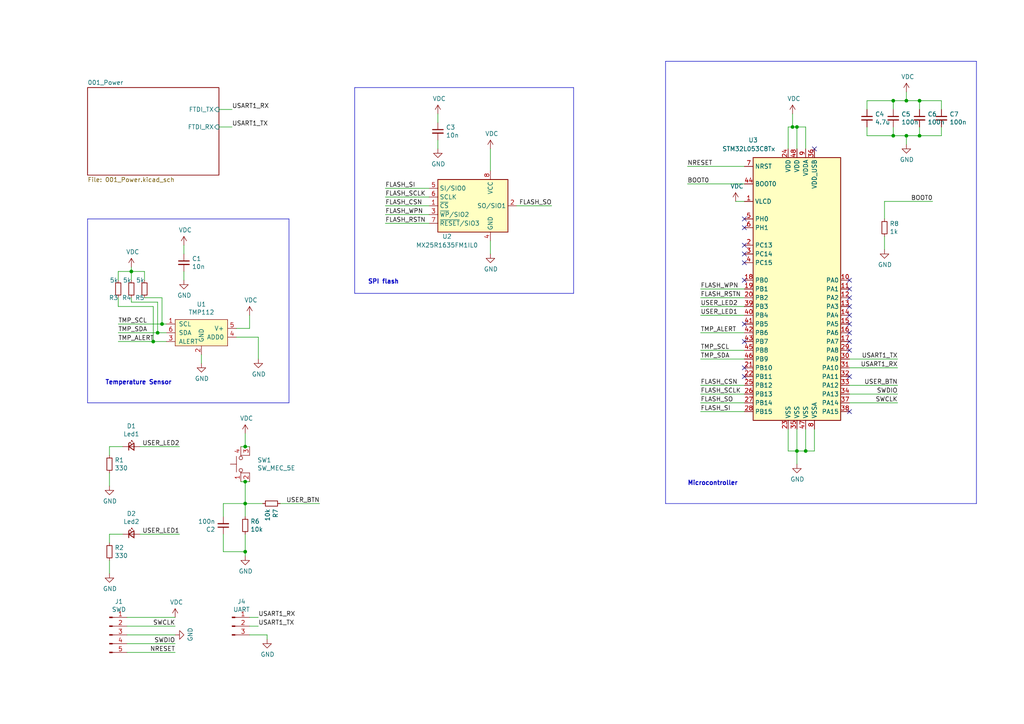
<source format=kicad_sch>
(kicad_sch (version 20230121) (generator eeschema)
  (paper "A4")
  (title_block (title "Temperature Logger") (date "2021-09-12") (rev "1") (company "PradS"))
  (lib_symbols
    (symbol "Library:C_Small" (pin_numbers hide) (pin_names (offset 0.254) hide)
      (property "Reference" "C" (at 0.254 1.778 0))
      (property "Value" "C_Small" (at 0.254 -2.032 0))
      (symbol "C_Small_0_1"
        (polyline (pts (xy -1.524 -0.508) (xy 1.524 -0.508)) (stroke (width 0.3302)))
        (polyline (pts (xy -1.524 0.508) (xy 1.524 0.508)) (stroke (width 0.3048)))
      )
      (symbol "C_Small_1_1"
        (pin passive line (at 0 2.54 270) (length 2.032) (name "~") (number "1"))
        (pin passive line (at 0 -2.54 90) (length 2.032) (name "~") (number "2"))
      )
    )
    (symbol "Library:Conn_01x03_Male" (pin_names (offset 1.016) hide)
      (property "Reference" "J" (at 0 5.08 0))
      (property "Value" "Conn_01x03_Male" (at 0 -5.08 0))
      (symbol "Conn_01x03_Male_1_1"
        (polyline (pts (xy 1.27 -2.54) (xy 0.8636 -2.54)) (stroke (width 0.1524)))
        (polyline (pts (xy 1.27 0) (xy 0.8636 0)) (stroke (width 0.1524)))
        (polyline (pts (xy 1.27 2.54) (xy 0.8636 2.54)) (stroke (width 0.1524)))
        (rectangle (start 0.8636 -2.413) (end 0 -2.667) (stroke (width 0.1524)) (fill (type outline)))
        (rectangle (start 0.8636 0.127) (end 0 -0.127) (stroke (width 0.1524)) (fill (type outline)))
        (rectangle (start 0.8636 2.667) (end 0 2.413) (stroke (width 0.1524)) (fill (type outline)))
        (pin passive line (at 5.08 2.54 180) (length 3.81) (name "Pin_1") (number "1"))
        (pin passive line (at 5.08 0 180) (length 3.81) (name "Pin_2") (number "2"))
        (pin passive line (at 5.08 -2.54 180) (length 3.81) (name "Pin_3") (number "3"))
      )
    )
    (symbol "Library:Conn_01x05_Male" (pin_names (offset 1.016) hide)
      (property "Reference" "J" (at 0 7.62 0))
      (property "Value" "Conn_01x05_Male" (at 0 -7.62 0))
      (symbol "Conn_01x05_Male_1_1"
        (polyline (pts (xy 1.27 -5.08) (xy 0.8636 -5.08)) (stroke (width 0.1524)))
        (polyline (pts (xy 1.27 -2.54) (xy 0.8636 -2.54)) (stroke (width 0.1524)))
        (polyline (pts (xy 1.27 0) (xy 0.8636 0)) (stroke (width 0.1524)))
        (polyline (pts (xy 1.27 2.54) (xy 0.8636 2.54)) (stroke (width 0.1524)))
        (polyline (pts (xy 1.27 5.08) (xy 0.8636 5.08)) (stroke (width 0.1524)))
        (rectangle (start 0.8636 -4.953) (end 0 -5.207) (stroke (width 0.1524)) (fill (type outline)))
        (rectangle (start 0.8636 -2.413) (end 0 -2.667) (stroke (width 0.1524)) (fill (type outline)))
        (rectangle (start 0.8636 0.127) (end 0 -0.127) (stroke (width 0.1524)) (fill (type outline)))
        (rectangle (start 0.8636 2.667) (end 0 2.413) (stroke (width 0.1524)) (fill (type outline)))
        (rectangle (start 0.8636 5.207) (end 0 4.953) (stroke (width 0.1524)) (fill (type outline)))
        (pin passive line (at 5.08 5.08 180) (length 3.81) (name "Pin_1") (number "1"))
        (pin passive line (at 5.08 2.54 180) (length 3.81) (name "Pin_2") (number "2"))
        (pin passive line (at 5.08 0 180) (length 3.81) (name "Pin_3") (number "3"))
        (pin passive line (at 5.08 -2.54 180) (length 3.81) (name "Pin_4") (number "4"))
        (pin passive line (at 5.08 -5.08 180) (length 3.81) (name "Pin_5") (number "5"))
      )
    )
    (symbol "Library:LED_Small" (pin_numbers hide) (pin_names (offset 0.254) hide)
      (property "Reference" "D" (at -1.27 3.175 0))
      (property "Value" "LED_Small" (at -4.445 -2.54 0))
      (symbol "LED_Small_0_1"
        (polyline (pts (xy -0.762 -1.016) (xy -0.762 1.016)) (stroke (width 0.254)))
        (polyline (pts (xy 1.016 0) (xy -0.762 0)))
        (polyline (pts (xy 0.762 -1.016) (xy -0.762 0) (xy 0.762 1.016) (xy 0.762 -1.016)) (stroke (width 0.254)))
        (polyline (pts (xy 0 0.762) (xy -0.508 1.27) (xy -0.254 1.27) (xy -0.508 1.27) (xy -0.508 1.016)))
        (polyline (pts (xy 0.508 1.27) (xy 0 1.778) (xy 0.254 1.778) (xy 0 1.778) (xy 0 1.524)))
      )
      (symbol "LED_Small_1_1"
        (pin passive line (at -2.54 0 0) (length 1.778) (name "K") (number "1"))
        (pin passive line (at 2.54 0 180) (length 1.778) (name "A") (number "2"))
      )
    )
    (symbol "Library:MX25R1635FM1IL0"
      (property "Reference" "U" (at -8.89 8.89 0))
      (property "Value" "MX25R1635FM1IL0" (at 15.24 8.89 0))
      (symbol "MX25R1635FM1IL0_1_1"
        (rectangle (start -10.16 7.62) (end 10.16 -7.62) (stroke (width 0.254)) (fill (type background)))
        (pin input line (at -12.7 0 0) (length 2.54) (name "~{CS}") (number "1"))
        (pin bidirectional line (at 12.7 0 180) (length 2.54) (name "SO/SIO1") (number "2"))
        (pin bidirectional line (at -12.7 -2.54 0) (length 2.54) (name "~{WP}/SIO2") (number "3"))
        (pin power_in line (at 5.08 -10.16 90) (length 2.54) (name "GND") (number "4"))
        (pin bidirectional line (at -12.7 5.08 0) (length 2.54) (name "SI/SIO0") (number "5"))
        (pin input line (at -12.7 2.54 0) (length 2.54) (name "SCLK") (number "6"))
        (pin bidirectional line (at -12.7 -5.08 0) (length 2.54) (name "~{RESET}/SIO3") (number "7"))
        (pin power_in line (at 5.08 10.16 270) (length 2.54) (name "VCC") (number "8"))
      )
    )
    (symbol "Library:R_Small" (pin_numbers hide) (pin_names (offset 0.254) hide)
      (property "Reference" "R" (at 0.762 0.508 0))
      (property "Value" "R_Small" (at 0.762 -1.016 0))
      (symbol "R_Small_0_1"
        (rectangle (start -0.762 1.778) (end 0.762 -1.778) (stroke (width 0.2032)))
      )
      (symbol "R_Small_1_1"
        (pin passive line (at 0 2.54 270) (length 0.762) (name "~") (number "1"))
        (pin passive line (at 0 -2.54 90) (length 0.762) (name "~") (number "2"))
      )
    )
    (symbol "Library:STM32L053C8Tx"
      (property "Reference" "U" (at -12.7 39.37 0))
      (property "Value" "STM32L053C8Tx" (at 7.62 39.37 0))
      (symbol "STM32L053C8Tx_0_1"
        (rectangle (start -12.7 -38.1) (end 12.7 38.1) (stroke (width 0.254)) (fill (type background)))
      )
      (symbol "STM32L053C8Tx_1_1"
        (pin power_in line (at -15.24 25.4 0) (length 2.54) (name "VLCD") (number "1"))
        (pin bidirectional line (at 15.24 2.54 180) (length 2.54) (name "PA0") (number "10"))
        (pin bidirectional line (at 15.24 0 180) (length 2.54) (name "PA1") (number "11"))
        (pin bidirectional line (at 15.24 -2.54 180) (length 2.54) (name "PA2") (number "12"))
        (pin bidirectional line (at 15.24 -5.08 180) (length 2.54) (name "PA3") (number "13"))
        (pin bidirectional line (at 15.24 -7.62 180) (length 2.54) (name "PA4") (number "14"))
        (pin bidirectional line (at 15.24 -10.16 180) (length 2.54) (name "PA5") (number "15"))
        (pin bidirectional line (at 15.24 -12.7 180) (length 2.54) (name "PA6") (number "16"))
        (pin bidirectional line (at 15.24 -15.24 180) (length 2.54) (name "PA7") (number "17"))
        (pin bidirectional line (at -15.24 2.54 0) (length 2.54) (name "PB0") (number "18"))
        (pin bidirectional line (at -15.24 0 0) (length 2.54) (name "PB1") (number "19"))
        (pin bidirectional line (at -15.24 12.7 0) (length 2.54) (name "PC13") (number "2"))
        (pin bidirectional line (at -15.24 -2.54 0) (length 2.54) (name "PB2") (number "20"))
        (pin bidirectional line (at -15.24 -22.86 0) (length 2.54) (name "PB10") (number "21"))
        (pin bidirectional line (at -15.24 -25.4 0) (length 2.54) (name "PB11") (number "22"))
        (pin power_in line (at -2.54 -40.64 90) (length 2.54) (name "VSS") (number "23"))
        (pin power_in line (at -2.54 40.64 270) (length 2.54) (name "VDD") (number "24"))
        (pin bidirectional line (at -15.24 -27.94 0) (length 2.54) (name "PB12") (number "25"))
        (pin bidirectional line (at -15.24 -30.48 0) (length 2.54) (name "PB13") (number "26"))
        (pin bidirectional line (at -15.24 -33.02 0) (length 2.54) (name "PB14") (number "27"))
        (pin bidirectional line (at -15.24 -35.56 0) (length 2.54) (name "PB15") (number "28"))
        (pin bidirectional line (at 15.24 -17.78 180) (length 2.54) (name "PA8") (number "29"))
        (pin bidirectional line (at -15.24 10.16 0) (length 2.54) (name "PC14") (number "3"))
        (pin bidirectional line (at 15.24 -20.32 180) (length 2.54) (name "PA9") (number "30"))
        (pin bidirectional line (at 15.24 -22.86 180) (length 2.54) (name "PA10") (number "31"))
        (pin bidirectional line (at 15.24 -25.4 180) (length 2.54) (name "PA11") (number "32"))
        (pin bidirectional line (at 15.24 -27.94 180) (length 2.54) (name "PA12") (number "33"))
        (pin bidirectional line (at 15.24 -30.48 180) (length 2.54) (name "PA13") (number "34"))
        (pin power_in line (at 0 -40.64 90) (length 2.54) (name "VSS") (number "35"))
        (pin power_in line (at 5.08 40.64 270) (length 2.54) (name "VDD_USB") (number "36"))
        (pin bidirectional line (at 15.24 -33.02 180) (length 2.54) (name "PA14") (number "37"))
        (pin bidirectional line (at 15.24 -35.56 180) (length 2.54) (name "PA15") (number "38"))
        (pin bidirectional line (at -15.24 -5.08 0) (length 2.54) (name "PB3") (number "39"))
        (pin bidirectional line (at -15.24 7.62 0) (length 2.54) (name "PC15") (number "4"))
        (pin bidirectional line (at -15.24 -7.62 0) (length 2.54) (name "PB4") (number "40"))
        (pin bidirectional line (at -15.24 -10.16 0) (length 2.54) (name "PB5") (number "41"))
        (pin bidirectional line (at -15.24 -12.7 0) (length 2.54) (name "PB6") (number "42"))
        (pin bidirectional line (at -15.24 -15.24 0) (length 2.54) (name "PB7") (number "43"))
        (pin input line (at -15.24 30.48 0) (length 2.54) (name "BOOT0") (number "44"))
        (pin bidirectional line (at -15.24 -17.78 0) (length 2.54) (name "PB8") (number "45"))
        (pin bidirectional line (at -15.24 -20.32 0) (length 2.54) (name "PB9") (number "46"))
        (pin power_in line (at 2.54 -40.64 90) (length 2.54) (name "VSS") (number "47"))
        (pin power_in line (at 0 40.64 270) (length 2.54) (name "VDD") (number "48"))
        (pin input line (at -15.24 20.32 0) (length 2.54) (name "PH0") (number "5"))
        (pin input line (at -15.24 17.78 0) (length 2.54) (name "PH1") (number "6"))
        (pin input line (at -15.24 35.56 0) (length 2.54) (name "NRST") (number "7"))
        (pin power_in line (at 5.08 -40.64 90) (length 2.54) (name "VSSA") (number "8"))
        (pin power_in line (at 2.54 40.64 270) (length 2.54) (name "VDDA") (number "9"))
      )
    )
    (symbol "Library:SW_MEC_5E" (pin_names (offset 1.016) hide)
      (property "Reference" "SW" (at 0.635 5.715 0))
      (property "Value" "SW_MEC_5E" (at 0 -3.175 0))
      (symbol "SW_MEC_5E_0_1"
        (circle (center -1.778 2.54) (radius 0.508))
        (polyline (pts (xy -2.286 3.81) (xy 2.286 3.81)))
        (polyline (pts (xy 0 3.81) (xy 0 5.588)))
        (polyline (pts (xy -2.54 0) (xy -2.54 2.54) (xy -2.286 2.54)))
        (polyline (pts (xy 2.54 0) (xy 2.54 2.54) (xy 2.286 2.54)))
        (circle (center 1.778 2.54) (radius 0.508))
        (pin passive line (at -5.08 2.54 0) (length 2.54) (name "1") (number "1"))
        (pin passive line (at -5.08 0 0) (length 2.54) (name "2") (number "2"))
        (pin passive line (at 5.08 0 180) (length 2.54) (name "K") (number "3"))
        (pin passive line (at 5.08 2.54 180) (length 2.54) (name "A") (number "4"))
      )
    )
    (symbol "Library:TMP112" (pin_names (offset 1.016))
      (property "Reference" "U" (at -6.35 -5.08 0))
      (property "Value" "TMP112" (at 0 5.08 0))
      (symbol "TMP112_0_1"
        (rectangle (start -7.62 3.81) (end 7.62 -3.81) (fill (type background)))
      )
      (symbol "TMP112_1_1"
        (pin input line (at -10.16 2.54 0) (length 2.54) (name "SCL") (number "1"))
        (pin power_in line (at 0 -6.35 90) (length 2.54) (name "GND") (number "2"))
        (pin output line (at -10.16 -2.54 0) (length 2.54) (name "ALERT") (number "3"))
        (pin input line (at 10.16 -1.27 180) (length 2.54) (name "ADD0") (number "4"))
        (pin power_in line (at 10.16 1.27 180) (length 2.54) (name "V+") (number "5"))
        (pin bidirectional line (at -10.16 0 0) (length 2.54) (name "SDA") (number "6"))
      )
    )
    (symbol "power:GND" (power) (pin_names (offset 0))
      (property "Value" "GND" (at 0 -3.81 0))
      (symbol "GND_0_1"
        (polyline (pts (xy 0 0) (xy 0 -1.27) (xy 1.27 -1.27) (xy 0 -2.54) (xy -1.27 -1.27) (xy 0 -1.27)))
      )
      (symbol "GND_1_1"
        (pin power_in line (at 0 0 270) (length 0) hide (name "GND") (number "1"))
      )
    )
    (symbol "power:VDC" (power) (pin_names (offset 0))
      (property "Value" "VDC" (at 0 6.35 0))
      (symbol "VDC_0_1"
        (polyline (pts (xy -0.762 1.27) (xy 0 2.54)))
        (polyline (pts (xy 0 0) (xy 0 2.54)))
        (polyline (pts (xy 0 2.54) (xy 0.762 1.27)))
      )
      (symbol "VDC_1_1"
        (pin power_in line (at 0 0 90) (length 0) hide (name "VDC") (number "1"))
      )
    )
  )
  (junction (at 44.45 99.06))
  (junction (at 266.7 39.37))
  (junction (at 46.99 93.98))
  (junction (at 71.12 129.54))
  (junction (at 233.68 130.81))
  (junction (at 71.12 160.02))
  (junction (at 71.12 139.7))
  (junction (at 262.89 29.21))
  (junction (at 231.14 36.83))
  (junction (at 259.08 29.21))
  (junction (at 229.87 36.83))
  (junction (at 38.1 78.74))
  (junction (at 231.14 130.81))
  (junction (at 262.89 39.37))
  (junction (at 45.72 96.52))
  (junction (at 71.12 146.05))
  (junction (at 266.7 29.21))
  (junction (at 259.08 39.37))
  (no_connect (at 246.38 93.98))
  (no_connect (at 215.9 66.04))
  (no_connect (at 246.38 81.28))
  (no_connect (at 215.9 71.12))
  (no_connect (at 246.38 86.36))
  (no_connect (at 215.9 81.28))
  (no_connect (at 215.9 109.22))
  (no_connect (at 246.38 83.82))
  (no_connect (at 246.38 101.6))
  (no_connect (at 246.38 109.22))
  (no_connect (at 246.38 119.38))
  (no_connect (at 215.9 106.68))
  (no_connect (at 246.38 99.06))
  (no_connect (at 215.9 93.98))
  (no_connect (at 246.38 91.44))
  (no_connect (at 215.9 99.06))
  (no_connect (at 246.38 88.9))
  (no_connect (at 215.9 63.5))
  (no_connect (at 236.22 43.18))
  (no_connect (at 215.9 76.2))
  (no_connect (at 246.38 96.52))
  (no_connect (at 215.9 73.66))
  (wire (pts (xy 273.05 39.37) (xy 266.7 39.37)))
  (wire (pts (xy 127 35.56) (xy 127 33.02)))
  (wire (pts (xy 69.85 129.54) (xy 71.12 129.54)))
  (wire (pts (xy 31.75 137.16) (xy 31.75 140.97)))
  (wire (pts (xy 68.58 97.79) (xy 74.93 97.79)))
  (wire (pts (xy 228.6 130.81) (xy 231.14 130.81)))
  (wire (pts (xy 236.22 124.46) (xy 236.22 130.81)))
  (wire (pts (xy 256.54 58.42) (xy 270.51 58.42)))
  (wire (pts (xy 58.42 102.87) (xy 58.42 105.41)))
  (polyline (pts (xy 166.37 85.09) (xy 166.37 25.4)))
  (wire (pts (xy 124.46 59.69) (xy 111.76 59.69)))
  (wire (pts (xy 41.91 78.74) (xy 38.1 78.74)))
  (wire (pts (xy 71.12 146.05) (xy 71.12 149.86)))
  (wire (pts (xy 36.83 186.69) (xy 50.8 186.69)))
  (wire (pts (xy 273.05 36.83) (xy 273.05 39.37)))
  (wire (pts (xy 46.99 93.98) (xy 34.29 93.98)))
  (wire (pts (xy 246.38 106.68) (xy 260.35 106.68)))
  (wire (pts (xy 36.83 189.23) (xy 50.8 189.23)))
  (wire (pts (xy 35.56 129.54) (xy 31.75 129.54)))
  (polyline (pts (xy 283.21 17.78) (xy 193.04 17.78)))
  (wire (pts (xy 36.83 179.07) (xy 50.8 179.07)))
  (wire (pts (xy 45.72 87.63) (xy 45.72 96.52)))
  (wire (pts (xy 215.9 86.36) (xy 203.2 86.36)))
  (wire (pts (xy 256.54 63.5) (xy 256.54 58.42)))
  (wire (pts (xy 215.9 101.6) (xy 203.2 101.6)))
  (wire (pts (xy 48.26 99.06) (xy 44.45 99.06)))
  (wire (pts (xy 259.08 29.21) (xy 262.89 29.21)))
  (wire (pts (xy 46.99 86.36) (xy 46.99 93.98)))
  (wire (pts (xy 71.12 139.7) (xy 72.39 139.7)))
  (wire (pts (xy 246.38 104.14) (xy 260.35 104.14)))
  (polyline (pts (xy 283.21 146.05) (xy 283.21 17.78)))
  (wire (pts (xy 246.38 116.84) (xy 260.35 116.84)))
  (wire (pts (xy 74.93 97.79) (xy 74.93 104.14)))
  (wire (pts (xy 124.46 62.23) (xy 111.76 62.23)))
  (wire (pts (xy 228.6 124.46) (xy 228.6 130.81)))
  (wire (pts (xy 251.46 29.21) (xy 259.08 29.21)))
  (wire (pts (xy 40.64 129.54) (xy 52.07 129.54)))
  (wire (pts (xy 38.1 87.63) (xy 45.72 87.63)))
  (wire (pts (xy 251.46 36.83) (xy 251.46 39.37)))
  (wire (pts (xy 77.47 184.15) (xy 77.47 185.42)))
  (wire (pts (xy 215.9 91.44) (xy 203.2 91.44)))
  (wire (pts (xy 266.7 39.37) (xy 266.7 36.83)))
  (wire (pts (xy 71.12 125.73) (xy 71.12 129.54)))
  (wire (pts (xy 266.7 29.21) (xy 273.05 29.21)))
  (wire (pts (xy 262.89 39.37) (xy 266.7 39.37)))
  (wire (pts (xy 34.29 86.36) (xy 34.29 88.9)))
  (wire (pts (xy 266.7 29.21) (xy 266.7 31.75)))
  (wire (pts (xy 67.31 31.75) (xy 63.5 31.75)))
  (wire (pts (xy 215.9 111.76) (xy 203.2 111.76)))
  (wire (pts (xy 53.34 73.66) (xy 53.34 71.12)))
  (wire (pts (xy 38.1 81.28) (xy 38.1 78.74)))
  (wire (pts (xy 259.08 36.83) (xy 259.08 39.37)))
  (wire (pts (xy 215.9 53.34) (xy 199.39 53.34)))
  (wire (pts (xy 251.46 39.37) (xy 259.08 39.37)))
  (wire (pts (xy 69.85 139.7) (xy 71.12 139.7)))
  (wire (pts (xy 259.08 39.37) (xy 262.89 39.37)))
  (wire (pts (xy 215.9 96.52) (xy 203.2 96.52)))
  (wire (pts (xy 149.86 59.69) (xy 160.02 59.69)))
  (wire (pts (xy 273.05 29.21) (xy 273.05 31.75)))
  (wire (pts (xy 262.89 39.37) (xy 262.89 41.91)))
  (wire (pts (xy 72.39 184.15) (xy 77.47 184.15)))
  (wire (pts (xy 213.36 58.42) (xy 215.9 58.42)))
  (wire (pts (xy 233.68 36.83) (xy 233.68 43.18)))
  (wire (pts (xy 38.1 78.74) (xy 38.1 77.47)))
  (wire (pts (xy 236.22 130.81) (xy 233.68 130.81)))
  (wire (pts (xy 35.56 154.94) (xy 31.75 154.94)))
  (wire (pts (xy 215.9 119.38) (xy 203.2 119.38)))
  (wire (pts (xy 142.24 69.85) (xy 142.24 73.66)))
  (wire (pts (xy 215.9 83.82) (xy 203.2 83.82)))
  (wire (pts (xy 45.72 96.52) (xy 34.29 96.52)))
  (wire (pts (xy 229.87 36.83) (xy 231.14 36.83)))
  (wire (pts (xy 34.29 88.9) (xy 44.45 88.9)))
  (wire (pts (xy 34.29 81.28) (xy 34.29 78.74)))
  (wire (pts (xy 48.26 93.98) (xy 46.99 93.98)))
  (polyline (pts (xy 166.37 25.4) (xy 102.87 25.4)))
  (wire (pts (xy 262.89 29.21) (xy 266.7 29.21)))
  (wire (pts (xy 228.6 36.83) (xy 228.6 43.18)))
  (wire (pts (xy 71.12 154.94) (xy 71.12 160.02)))
  (wire (pts (xy 231.14 134.62) (xy 231.14 130.81)))
  (wire (pts (xy 229.87 36.83) (xy 228.6 36.83)))
  (wire (pts (xy 67.31 36.83) (xy 63.5 36.83)))
  (wire (pts (xy 262.89 26.67) (xy 262.89 29.21)))
  (wire (pts (xy 229.87 33.02) (xy 229.87 36.83)))
  (wire (pts (xy 68.58 95.25) (xy 72.39 95.25)))
  (wire (pts (xy 124.46 64.77) (xy 111.76 64.77)))
  (polyline (pts (xy 193.04 17.78) (xy 193.04 146.05)))
  (wire (pts (xy 81.28 146.05) (xy 92.71 146.05)))
  (wire (pts (xy 259.08 31.75) (xy 259.08 29.21)))
  (wire (pts (xy 215.9 114.3) (xy 203.2 114.3)))
  (wire (pts (xy 64.77 160.02) (xy 71.12 160.02)))
  (wire (pts (xy 41.91 81.28) (xy 41.91 78.74)))
  (wire (pts (xy 34.29 78.74) (xy 38.1 78.74)))
  (wire (pts (xy 142.24 43.18) (xy 142.24 49.53)))
  (wire (pts (xy 64.77 149.86) (xy 64.77 146.05)))
  (polyline (pts (xy 83.82 63.5) (xy 83.82 116.84)))
  (wire (pts (xy 44.45 99.06) (xy 34.29 99.06)))
  (wire (pts (xy 71.12 146.05) (xy 76.2 146.05)))
  (wire (pts (xy 36.83 181.61) (xy 50.8 181.61)))
  (wire (pts (xy 71.12 160.02) (xy 71.12 161.29)))
  (wire (pts (xy 72.39 91.44) (xy 72.39 95.25)))
  (wire (pts (xy 41.91 86.36) (xy 46.99 86.36)))
  (polyline (pts (xy 83.82 116.84) (xy 25.4 116.84)))
  (wire (pts (xy 38.1 86.36) (xy 38.1 87.63)))
  (wire (pts (xy 31.75 154.94) (xy 31.75 157.48)))
  (wire (pts (xy 256.54 68.58) (xy 256.54 72.39)))
  (polyline (pts (xy 102.87 85.09) (xy 166.37 85.09)))
  (wire (pts (xy 64.77 146.05) (xy 71.12 146.05)))
  (wire (pts (xy 71.12 129.54) (xy 72.39 129.54)))
  (wire (pts (xy 215.9 104.14) (xy 203.2 104.14)))
  (wire (pts (xy 44.45 88.9) (xy 44.45 99.06)))
  (wire (pts (xy 64.77 154.94) (xy 64.77 160.02)))
  (wire (pts (xy 71.12 139.7) (xy 71.12 146.05)))
  (wire (pts (xy 31.75 129.54) (xy 31.75 132.08)))
  (wire (pts (xy 251.46 31.75) (xy 251.46 29.21)))
  (wire (pts (xy 231.14 43.18) (xy 231.14 36.83)))
  (polyline (pts (xy 193.04 146.05) (xy 283.21 146.05)))
  (polyline (pts (xy 25.4 63.5) (xy 83.82 63.5)))
  (wire (pts (xy 215.9 88.9) (xy 203.2 88.9)))
  (wire (pts (xy 127 43.18) (xy 127 40.64)))
  (polyline (pts (xy 102.87 25.4) (xy 102.87 85.09)))
  (polyline (pts (xy 25.4 116.84) (xy 25.4 63.5)))
  (wire (pts (xy 246.38 114.3) (xy 260.35 114.3)))
  (wire (pts (xy 31.75 162.56) (xy 31.75 166.37)))
  (wire (pts (xy 231.14 36.83) (xy 233.68 36.83)))
  (wire (pts (xy 40.64 154.94) (xy 52.07 154.94)))
  (wire (pts (xy 233.68 130.81) (xy 233.68 124.46)))
  (wire (pts (xy 231.14 130.81) (xy 233.68 130.81)))
  (wire (pts (xy 48.26 96.52) (xy 45.72 96.52)))
  (wire (pts (xy 53.34 81.28) (xy 53.34 78.74)))
  (wire (pts (xy 246.38 111.76) (xy 260.35 111.76)))
  (wire (pts (xy 36.83 184.15) (xy 50.8 184.15)))
  (wire (pts (xy 199.39 48.26) (xy 215.9 48.26)))
  (wire (pts (xy 72.39 181.61) (xy 74.93 181.61)))
  (wire (pts (xy 124.46 54.61) (xy 111.76 54.61)))
  (wire (pts (xy 124.46 57.15) (xy 111.76 57.15)))
  (wire (pts (xy 231.14 124.46) (xy 231.14 130.81)))
  (wire (pts (xy 72.39 179.07) (xy 74.93 179.07)))
  (wire (pts (xy 215.9 116.84) (xy 203.2 116.84)))
  (text "Microcontroller" (at 199.39 140.97 0) (effects (font (size 1.27 1.27) (thickness 0.254) bold) (justify left bottom)))
  (text "SPI flash\n" (at 106.68 82.55 0) (effects (font (size 1.27 1.27) (thickness 0.254) bold) (justify left bottom)))
  (text "Temperature Sensor" (at 30.48 111.76 0) (effects (font (size 1.27 1.27) (thickness 0.254) bold) (justify left bottom)))
  (label "USER_LED2" (at 203.2 88.9 0))
  (label "USART1_TX" (at 67.31 36.83 0))
  (label "USER_LED1" (at 52.07 154.94 180))
  (label "TMP_SDA" (at 34.29 96.52 0))
  (label "SWCLK" (at 50.8 181.61 180))
  (label "USER_LED2" (at 52.07 129.54 180))
  (label "FLASH_SCLK" (at 111.76 57.15 0))
  (label "TMP_ALERT" (at 34.29 99.06 0))
  (label "TMP_SDA" (at 203.2 104.14 0))
  (label "NRESET" (at 50.8 189.23 180))
  (label "BOOT0" (at 199.39 53.34 0))
  (label "SWDIO" (at 260.35 114.3 180))
  (label "FLASH_SI" (at 203.2 119.38 0))
  (label "USER_BTN" (at 92.71 146.05 180))
  (label "USART1_TX" (at 260.35 104.14 180))
  (label "TMP_ALERT" (at 203.2 96.52 0))
  (label "USART1_TX" (at 74.93 181.61 0))
  (label "FLASH_CSN" (at 111.76 59.69 0))
  (label "USER_BTN" (at 260.35 111.76 180))
  (label "FLASH_WPN" (at 111.76 62.23 0))
  (label "FLASH_RSTN" (at 111.76 64.77 0))
  (label "FLASH_SCLK" (at 203.2 114.3 0))
  (label "FLASH_RSTN" (at 203.2 86.36 0))
  (label "FLASH_SO" (at 160.02 59.69 180))
  (label "USART1_RX" (at 74.93 179.07 0))
  (label "FLASH_SI" (at 111.76 54.61 0))
  (label "FLASH_CSN" (at 203.2 111.76 0))
  (label "USER_LED1" (at 203.2 91.44 0))
  (label "SWDIO" (at 50.8 186.69 180))
  (label "FLASH_WPN" (at 203.2 83.82 0))
  (label "BOOT0" (at 270.51 58.42 180))
  (label "TMP_SCL" (at 34.29 93.98 0))
  (label "USART1_RX" (at 260.35 106.68 180))
  (label "TMP_SCL" (at 203.2 101.6 0))
  (label "NRESET" (at 199.39 48.26 0))
  (label "SWCLK" (at 260.35 116.84 180))
  (label "USART1_RX" (at 67.31 31.75 0))
  (label "FLASH_SO" (at 203.2 116.84 0))
  (symbol (lib_id "Library:STM32L053C8Tx") (at 231.14 83.82 0) (unit 1)
    (property "Reference" "U3" (at 218.44 40.64 0))
    (property "Value" "STM32L053C8Tx" (at 217.17 43.18 0))
    (property "Footprint" "Package_QFP:LQFP-48_7x7mm_P0.5mm" (effects hide))
    (property "Datasheet" "http://www.st.com/st-web-ui/static/active/en/resource/technical/document/datasheet/DM00105960.pdf" (effects hide))
  )
  (symbol (lib_id "power:GND") (at 231.14 134.62 0) (unit 1)
    (property "Reference" "#PWR020" (effects hide))
    (property "Value" "GND" (at 231.267 139.0142 0))
  )
  (symbol (lib_id "Library:C_Small") (at 266.7 34.29 0) (unit 1)
    (property "Reference" "C6" (at 269.0368 33.1216 0) (effects (justify left)))
    (property "Value" "100n" (at 269.0368 35.433 0) (effects (justify left)))
    (property "Footprint" "Capacitor_SMD:C_0603_1608Metric_Pad1.08x0.95mm_HandSolder" (effects hide))
  )
  (symbol (lib_id "Library:C_Small") (at 259.08 34.29 0) (unit 1)
    (property "Reference" "C5" (at 261.4168 33.1216 0) (effects (justify left)))
    (property "Value" "100n" (at 261.4168 35.433 0) (effects (justify left)))
    (property "Footprint" "Capacitor_SMD:C_0603_1608Metric_Pad1.08x0.95mm_HandSolder" (effects hide))
  )
  (symbol (lib_id "power:GND") (at 262.89 41.91 0) (unit 1)
    (property "Reference" "#PWR022" (effects hide))
    (property "Value" "GND" (at 263.017 46.3042 0))
  )
  (symbol (lib_id "Library:LED_Small") (at 38.1 154.94 0) (unit 1)
    (property "Reference" "D2" (at 38.1 148.971 0))
    (property "Value" "Led2" (at 38.1 151.2824 0))
    (property "Footprint" "LED_SMD:LED_0603_1608Metric_Pad1.05x0.95mm_HandSolder" (effects hide))
  )
  (symbol (lib_id "Library:R_Small") (at 31.75 160.02 0) (unit 1)
    (property "Reference" "R2" (at 33.2486 158.8516 0) (effects (justify left)))
    (property "Value" "330" (at 33.2486 161.163 0) (effects (justify left)))
    (property "Footprint" "Resistor_SMD:R_0603_1608Metric_Pad1.05x0.95mm_HandSolder" (effects hide))
  )
  (symbol (lib_id "power:GND") (at 58.42 105.41 0) (unit 1)
    (property "Reference" "#PWR06" (effects hide))
    (property "Value" "GND" (at 58.547 109.8042 0))
  )
  (symbol (lib_id "Library:C_Small") (at 53.34 76.2 0) (unit 1)
    (property "Reference" "C1" (at 55.6768 75.0316 0) (effects (justify left)))
    (property "Value" "10n" (at 55.6768 77.343 0) (effects (justify left)))
    (property "Footprint" "Capacitor_SMD:C_0603_1608Metric_Pad1.08x0.95mm_HandSolder" (effects hide))
  )
  (symbol (lib_id "power:GND") (at 31.75 166.37 0) (unit 1)
    (property "Reference" "#PWR02" (effects hide))
    (property "Value" "GND" (at 31.877 170.7642 0))
  )
  (symbol (lib_id "power:GND") (at 53.34 81.28 0) (unit 1)
    (property "Reference" "#PWR05" (effects hide))
    (property "Value" "GND" (at 53.467 85.6742 0))
  )
  (symbol (lib_id "power:GND") (at 71.12 161.29 0) (unit 1)
    (property "Reference" "#PWR010" (effects hide))
    (property "Value" "GND" (at 71.247 165.6842 0))
  )
  (symbol (lib_id "Library:R_Small") (at 71.12 152.4 0) (unit 1)
    (property "Reference" "R6" (at 72.6186 151.2316 0) (effects (justify left)))
    (property "Value" "10k" (at 72.6186 153.543 0) (effects (justify left)))
    (property "Footprint" "Resistor_SMD:R_0603_1608Metric_Pad1.05x0.95mm_HandSolder" (effects hide))
  )
  (symbol (lib_id "Library:C_Small") (at 64.77 152.4 180) (unit 1)
    (property "Reference" "C2" (at 62.4332 153.5684 0) (effects (justify left)))
    (property "Value" "100n" (at 62.4332 151.257 0) (effects (justify left)))
    (property "Footprint" "Capacitor_SMD:C_0603_1608Metric_Pad1.08x0.95mm_HandSolder" (effects hide))
  )
  (symbol (lib_id "power:VDC") (at 53.34 71.12 0) (unit 1)
    (property "Reference" "#PWR04" (effects hide))
    (property "Value" "VDC" (at 53.721 66.7258 0))
  )
  (symbol (lib_id "power:VDC") (at 72.39 91.44 0) (unit 1)
    (property "Reference" "#PWR07" (effects hide))
    (property "Value" "VDC" (at 72.771 87.0458 0))
  )
  (symbol (lib_id "power:VDC") (at 38.1 77.47 0) (unit 1)
    (property "Reference" "#PWR03" (effects hide))
    (property "Value" "VDC" (at 38.481 73.0758 0))
  )
  (symbol (lib_id "power:GND") (at 74.93 104.14 0) (unit 1)
    (property "Reference" "#PWR08" (effects hide))
    (property "Value" "GND" (at 75.057 108.5342 0))
  )
  (symbol (lib_id "Library:R_Small") (at 34.29 83.82 180) (unit 1)
    (property "Reference" "R3" (at 34.29 86.36 0) (effects (justify left)))
    (property "Value" "5k" (at 34.29 81.28 0) (effects (justify left)))
    (property "Footprint" "Resistor_SMD:R_0603_1608Metric_Pad1.05x0.95mm_HandSolder" (effects hide))
  )
  (symbol (lib_id "Library:R_Small") (at 38.1 83.82 180) (unit 1)
    (property "Reference" "R4" (at 38.1 86.36 0) (effects (justify left)))
    (property "Value" "5k" (at 38.1 81.28 0) (effects (justify left)))
    (property "Footprint" "Resistor_SMD:R_0603_1608Metric_Pad1.05x0.95mm_HandSolder" (effects hide))
  )
  (symbol (lib_id "Library:R_Small") (at 41.91 83.82 180) (unit 1)
    (property "Reference" "R5" (at 41.91 86.36 0) (effects (justify left)))
    (property "Value" "5k" (at 41.91 81.28 0) (effects (justify left)))
    (property "Footprint" "Resistor_SMD:R_0603_1608Metric_Pad1.05x0.95mm_HandSolder" (effects hide))
  )
  (symbol (lib_id "Library:MX25R1635FM1IL0") (at 137.16 59.69 0) (unit 1)
    (property "Reference" "U2" (at 128.27 68.58 0) (effects (justify left)))
    (property "Value" "MX25R1635FM1IL0" (at 120.65 71.12 0) (effects (justify left)))
    (property "Footprint" "Package_SO:SOP-8_3.9x4.9mm_P1.27mm" (effects hide))
    (property "Datasheet" "http://www.macronix.com/Lists/Datasheet/Attachments/7534/MX25R3235F,%20Wide%20Range,%2032Mb,%20v1.6.pdf" (effects hide))
  )
  (symbol (lib_id "power:GND") (at 142.24 73.66 0) (unit 1)
    (property "Reference" "#PWR017" (effects hide))
    (property "Value" "GND" (at 142.367 78.0542 0))
  )
  (symbol (lib_id "Library:C_Small") (at 127 38.1 0) (unit 1)
    (property "Reference" "C3" (at 129.3368 36.9316 0) (effects (justify left)))
    (property "Value" "10n" (at 129.3368 39.243 0) (effects (justify left)))
    (property "Footprint" "Capacitor_SMD:C_0603_1608Metric_Pad1.08x0.95mm_HandSolder" (effects hide))
  )
  (symbol (lib_id "power:GND") (at 127 43.18 0) (unit 1)
    (property "Reference" "#PWR015" (effects hide))
    (property "Value" "GND" (at 127.127 47.5742 0))
  )
  (symbol (lib_id "power:VDC") (at 127 33.02 0) (unit 1)
    (property "Reference" "#PWR014" (effects hide))
    (property "Value" "VDC" (at 127.381 28.6258 0))
  )
  (symbol (lib_id "power:VDC") (at 142.24 43.18 0) (unit 1)
    (property "Reference" "#PWR016" (effects hide))
    (property "Value" "VDC" (at 142.621 38.7858 0))
  )
  (symbol (lib_id "Library:R_Small") (at 256.54 66.04 0) (unit 1)
    (property "Reference" "R8" (at 258.0386 64.8716 0) (effects (justify left)))
    (property "Value" "1k" (at 258.0386 67.183 0) (effects (justify left)))
    (property "Footprint" "Resistor_SMD:R_0603_1608Metric_Pad1.05x0.95mm_HandSolder" (effects hide))
  )
  (symbol (lib_id "Library:Conn_01x03_Male") (at 67.31 181.61 0) (unit 1)
    (property "Reference" "J4" (at 70.0532 174.4726 0))
    (property "Value" "UART" (at 70.0532 176.784 0))
    (property "Footprint" "Connector_PinHeader_2.54mm:PinHeader_1x03_P2.54mm_Vertical" (effects hide))
  )
  (symbol (lib_id "power:GND") (at 77.47 185.42 0) (unit 1)
    (property "Reference" "#PWR019" (effects hide))
    (property "Value" "GND" (at 77.597 189.8142 0))
  )
  (symbol (lib_id "power:GND") (at 256.54 72.39 0) (unit 1)
    (property "Reference" "#PWR011" (effects hide))
    (property "Value" "GND" (at 256.667 76.7842 0))
  )
  (symbol (lib_id "power:VDC") (at 213.36 58.42 0) (unit 1)
    (property "Reference" "#PWR018" (effects hide))
    (property "Value" "VDC" (at 213.741 54.0258 0))
  )
  (symbol (lib_id "Library:R_Small") (at 78.74 146.05 270) (unit 1)
    (property "Reference" "R7" (at 79.9084 147.5486 0) (effects (justify left)))
    (property "Value" "10k" (at 77.597 147.5486 0) (effects (justify left)))
    (property "Footprint" "Resistor_SMD:R_0603_1608Metric_Pad1.05x0.95mm_HandSolder" (effects hide))
  )
  (symbol (lib_id "Library:C_Small") (at 251.46 34.29 0) (unit 1)
    (property "Reference" "C4" (at 253.7968 33.1216 0) (effects (justify left)))
    (property "Value" "4.7u" (at 253.7968 35.433 0) (effects (justify left)))
    (property "Footprint" "Capacitor_SMD:C_0603_1608Metric_Pad1.08x0.95mm_HandSolder" (effects hide))
  )
  (symbol (lib_id "Library:C_Small") (at 273.05 34.29 0) (unit 1)
    (property "Reference" "C7" (at 275.3868 33.1216 0) (effects (justify left)))
    (property "Value" "100n" (at 275.3868 35.433 0) (effects (justify left)))
    (property "Footprint" "Capacitor_SMD:C_0603_1608Metric_Pad1.08x0.95mm_HandSolder" (effects hide))
  )
  (symbol (lib_id "power:VDC") (at 262.89 26.67 0) (unit 1)
    (property "Reference" "#PWR021" (effects hide))
    (property "Value" "VDC" (at 263.271 22.2758 0))
  )
  (symbol (lib_id "Library:SW_MEC_5E") (at 72.39 134.62 90) (unit 1)
    (property "Reference" "SW1" (at 74.6252 133.4516 90) (effects (justify right)))
    (property "Value" "SW_MEC_5E" (at 74.6252 135.763 90) (effects (justify right)))
    (property "Footprint" "Button_Switch_SMD:SW_SPST_Omron_B3FS-101xP" (effects hide))
    (property "Datasheet" "http://www.apem.com/int/index.php?controller=attachment&id_attachment=1371" (effects hide))
  )
  (symbol (lib_id "power:VDC") (at 71.12 125.73 0) (unit 1)
    (property "Reference" "#PWR09" (effects hide))
    (property "Value" "VDC" (at 71.501 121.3358 0))
  )
  (symbol (lib_id "Library:Conn_01x05_Male") (at 31.75 184.15 0) (unit 1)
    (property "Reference" "J1" (at 34.4932 174.4726 0))
    (property "Value" "SWD" (at 34.4932 176.784 0))
    (property "Footprint" "Connector_PinHeader_2.54mm:PinHeader_1x05_P2.54mm_Vertical" (effects hide))
  )
  (symbol (lib_id "power:VDC") (at 50.8 179.07 0) (unit 1)
    (property "Reference" "#PWR012" (effects hide))
    (property "Value" "VDC" (at 51.181 174.6758 0))
  )
  (symbol (lib_id "Library:LED_Small") (at 38.1 129.54 0) (unit 1)
    (property "Reference" "D1" (at 38.1 123.571 0))
    (property "Value" "Led1" (at 38.1 125.8824 0))
    (property "Footprint" "LED_SMD:LED_0603_1608Metric_Pad1.05x0.95mm_HandSolder" (effects hide))
  )
  (symbol (lib_id "Library:R_Small") (at 31.75 134.62 0) (unit 1)
    (property "Reference" "R1" (at 33.2486 133.4516 0) (effects (justify left)))
    (property "Value" "330" (at 33.2486 135.763 0) (effects (justify left)))
    (property "Footprint" "Resistor_SMD:R_0603_1608Metric_Pad1.05x0.95mm_HandSolder" (effects hide))
  )
  (symbol (lib_id "power:GND") (at 31.75 140.97 0) (unit 1)
    (property "Reference" "#PWR01" (effects hide))
    (property "Value" "GND" (at 31.877 145.3642 0))
  )
  (symbol (lib_id "power:GND") (at 50.8 184.15 90) (unit 1)
    (property "Reference" "#PWR013" (effects hide))
    (property "Value" "GND" (at 55.1942 184.023 0))
  )
  (symbol (lib_id "Library:TMP112") (at 58.42 96.52 0) (unit 1)
    (property "Reference" "U1" (at 58.42 88.265 0))
    (property "Value" "TMP112" (at 58.42 90.5764 0))
    (property "Footprint" "Package_TO_SOT_SMD:SOT-666" (effects hide))
  )
  (symbol (lib_id "power:VDC") (at 229.87 33.02 0) (unit 1)
    (property "Reference" "#PWR0101" (effects hide))
    (property "Value" "VDC" (at 230.251 28.6258 0))
  )
  (sheet (at 25.4 25.4) (size 38.1 25.4)
    (property "Sheetname" "001_Power" (at 25.4 24.6884 0) (effects (justify left bottom)))
    (property "Sheetfile" "001_Power.kicad_sch" (at 25.4 51.3846 0) (effects (justify left top)))
    (pin "FTDI_TX" input (at 63.5 31.75 0))
    (pin "FTDI_RX" input (at 63.5 36.83 0))
  )
)
</source>
